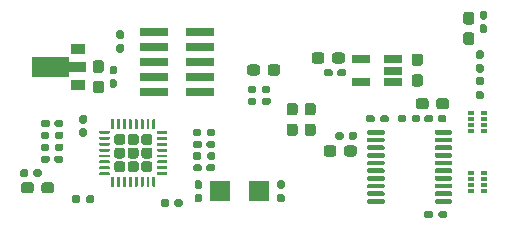
<source format=gtp>
G04 #@! TF.GenerationSoftware,KiCad,Pcbnew,(5.1.10)-1*
G04 #@! TF.CreationDate,2021-07-14T18:31:49+02:00*
G04 #@! TF.ProjectId,MSPBMP2-stick,4d535042-4d50-4322-9d73-7469636b2e6b,rev?*
G04 #@! TF.SameCoordinates,Original*
G04 #@! TF.FileFunction,Paste,Top*
G04 #@! TF.FilePolarity,Positive*
%FSLAX46Y46*%
G04 Gerber Fmt 4.6, Leading zero omitted, Abs format (unit mm)*
G04 Created by KiCad (PCBNEW (5.1.10)-1) date 2021-07-14 18:31:49*
%MOMM*%
%LPD*%
G01*
G04 APERTURE LIST*
%ADD10R,0.600000X0.400000*%
%ADD11R,0.600000X0.300000*%
%ADD12R,1.560000X0.650000*%
%ADD13R,2.400000X0.740000*%
%ADD14R,1.750000X1.800000*%
%ADD15C,0.150000*%
%ADD16R,1.300000X0.900000*%
G04 APERTURE END LIST*
D10*
X107600000Y-65250000D03*
D11*
X107600000Y-66250000D03*
X107600000Y-65750000D03*
D10*
X107600000Y-66750000D03*
D11*
X108700000Y-65750000D03*
D10*
X108700000Y-65250000D03*
D11*
X108700000Y-66250000D03*
D10*
X108700000Y-66750000D03*
X107600000Y-60146500D03*
D11*
X107600000Y-61146500D03*
X107600000Y-60646500D03*
D10*
X107600000Y-61646500D03*
D11*
X108700000Y-60646500D03*
D10*
X108700000Y-60146500D03*
D11*
X108700000Y-61146500D03*
D10*
X108700000Y-61646500D03*
D12*
X98275000Y-57525000D03*
X98275000Y-55625000D03*
X100975000Y-55625000D03*
X100975000Y-56575000D03*
X100975000Y-57525000D03*
G36*
G01*
X71925000Y-60895000D02*
X71925000Y-61205000D01*
G75*
G02*
X71770000Y-61360000I-155000J0D01*
G01*
X71345000Y-61360000D01*
G75*
G02*
X71190000Y-61205000I0J155000D01*
G01*
X71190000Y-60895000D01*
G75*
G02*
X71345000Y-60740000I155000J0D01*
G01*
X71770000Y-60740000D01*
G75*
G02*
X71925000Y-60895000I0J-155000D01*
G01*
G37*
G36*
G01*
X73060000Y-60895000D02*
X73060000Y-61205000D01*
G75*
G02*
X72905000Y-61360000I-155000J0D01*
G01*
X72480000Y-61360000D01*
G75*
G02*
X72325000Y-61205000I0J155000D01*
G01*
X72325000Y-60895000D01*
G75*
G02*
X72480000Y-60740000I155000J0D01*
G01*
X72905000Y-60740000D01*
G75*
G02*
X73060000Y-60895000I0J-155000D01*
G01*
G37*
G36*
G01*
X71925000Y-63920000D02*
X71925000Y-64230000D01*
G75*
G02*
X71770000Y-64385000I-155000J0D01*
G01*
X71345000Y-64385000D01*
G75*
G02*
X71190000Y-64230000I0J155000D01*
G01*
X71190000Y-63920000D01*
G75*
G02*
X71345000Y-63765000I155000J0D01*
G01*
X71770000Y-63765000D01*
G75*
G02*
X71925000Y-63920000I0J-155000D01*
G01*
G37*
G36*
G01*
X73060000Y-63920000D02*
X73060000Y-64230000D01*
G75*
G02*
X72905000Y-64385000I-155000J0D01*
G01*
X72480000Y-64385000D01*
G75*
G02*
X72325000Y-64230000I0J155000D01*
G01*
X72325000Y-63920000D01*
G75*
G02*
X72480000Y-63765000I155000J0D01*
G01*
X72905000Y-63765000D01*
G75*
G02*
X73060000Y-63920000I0J-155000D01*
G01*
G37*
G36*
G01*
X96200000Y-63137500D02*
X96200000Y-63612500D01*
G75*
G02*
X95962500Y-63850000I-237500J0D01*
G01*
X95362500Y-63850000D01*
G75*
G02*
X95125000Y-63612500I0J237500D01*
G01*
X95125000Y-63137500D01*
G75*
G02*
X95362500Y-62900000I237500J0D01*
G01*
X95962500Y-62900000D01*
G75*
G02*
X96200000Y-63137500I0J-237500D01*
G01*
G37*
G36*
G01*
X97925000Y-63137500D02*
X97925000Y-63612500D01*
G75*
G02*
X97687500Y-63850000I-237500J0D01*
G01*
X97087500Y-63850000D01*
G75*
G02*
X96850000Y-63612500I0J237500D01*
G01*
X96850000Y-63137500D01*
G75*
G02*
X97087500Y-62900000I237500J0D01*
G01*
X97687500Y-62900000D01*
G75*
G02*
X97925000Y-63137500I0J-237500D01*
G01*
G37*
G36*
G01*
X102812500Y-56875000D02*
X103287500Y-56875000D01*
G75*
G02*
X103525000Y-57112500I0J-237500D01*
G01*
X103525000Y-57687500D01*
G75*
G02*
X103287500Y-57925000I-237500J0D01*
G01*
X102812500Y-57925000D01*
G75*
G02*
X102575000Y-57687500I0J237500D01*
G01*
X102575000Y-57112500D01*
G75*
G02*
X102812500Y-56875000I237500J0D01*
G01*
G37*
G36*
G01*
X102812500Y-55125000D02*
X103287500Y-55125000D01*
G75*
G02*
X103525000Y-55362500I0J-237500D01*
G01*
X103525000Y-55937500D01*
G75*
G02*
X103287500Y-56175000I-237500J0D01*
G01*
X102812500Y-56175000D01*
G75*
G02*
X102575000Y-55937500I0J237500D01*
G01*
X102575000Y-55362500D01*
G75*
G02*
X102812500Y-55125000I237500J0D01*
G01*
G37*
G36*
G01*
X107162500Y-53325000D02*
X107637500Y-53325000D01*
G75*
G02*
X107875000Y-53562500I0J-237500D01*
G01*
X107875000Y-54162500D01*
G75*
G02*
X107637500Y-54400000I-237500J0D01*
G01*
X107162500Y-54400000D01*
G75*
G02*
X106925000Y-54162500I0J237500D01*
G01*
X106925000Y-53562500D01*
G75*
G02*
X107162500Y-53325000I237500J0D01*
G01*
G37*
G36*
G01*
X107162500Y-51600000D02*
X107637500Y-51600000D01*
G75*
G02*
X107875000Y-51837500I0J-237500D01*
G01*
X107875000Y-52437500D01*
G75*
G02*
X107637500Y-52675000I-237500J0D01*
G01*
X107162500Y-52675000D01*
G75*
G02*
X106925000Y-52437500I0J237500D01*
G01*
X106925000Y-51837500D01*
G75*
G02*
X107162500Y-51600000I237500J0D01*
G01*
G37*
G36*
G01*
X78045000Y-53910000D02*
X77735000Y-53910000D01*
G75*
G02*
X77580000Y-53755000I0J155000D01*
G01*
X77580000Y-53330000D01*
G75*
G02*
X77735000Y-53175000I155000J0D01*
G01*
X78045000Y-53175000D01*
G75*
G02*
X78200000Y-53330000I0J-155000D01*
G01*
X78200000Y-53755000D01*
G75*
G02*
X78045000Y-53910000I-155000J0D01*
G01*
G37*
G36*
G01*
X78045000Y-55045000D02*
X77735000Y-55045000D01*
G75*
G02*
X77580000Y-54890000I0J155000D01*
G01*
X77580000Y-54465000D01*
G75*
G02*
X77735000Y-54310000I155000J0D01*
G01*
X78045000Y-54310000D01*
G75*
G02*
X78200000Y-54465000I0J-155000D01*
G01*
X78200000Y-54890000D01*
G75*
G02*
X78045000Y-55045000I-155000J0D01*
G01*
G37*
G36*
G01*
X78315000Y-62167500D02*
X78315000Y-62632500D01*
G75*
G02*
X78082500Y-62865000I-232500J0D01*
G01*
X77617500Y-62865000D01*
G75*
G02*
X77385000Y-62632500I0J232500D01*
G01*
X77385000Y-62167500D01*
G75*
G02*
X77617500Y-61935000I232500J0D01*
G01*
X78082500Y-61935000D01*
G75*
G02*
X78315000Y-62167500I0J-232500D01*
G01*
G37*
G36*
G01*
X78315000Y-63317500D02*
X78315000Y-63782500D01*
G75*
G02*
X78082500Y-64015000I-232500J0D01*
G01*
X77617500Y-64015000D01*
G75*
G02*
X77385000Y-63782500I0J232500D01*
G01*
X77385000Y-63317500D01*
G75*
G02*
X77617500Y-63085000I232500J0D01*
G01*
X78082500Y-63085000D01*
G75*
G02*
X78315000Y-63317500I0J-232500D01*
G01*
G37*
G36*
G01*
X78315000Y-64467500D02*
X78315000Y-64932500D01*
G75*
G02*
X78082500Y-65165000I-232500J0D01*
G01*
X77617500Y-65165000D01*
G75*
G02*
X77385000Y-64932500I0J232500D01*
G01*
X77385000Y-64467500D01*
G75*
G02*
X77617500Y-64235000I232500J0D01*
G01*
X78082500Y-64235000D01*
G75*
G02*
X78315000Y-64467500I0J-232500D01*
G01*
G37*
G36*
G01*
X79465000Y-62167500D02*
X79465000Y-62632500D01*
G75*
G02*
X79232500Y-62865000I-232500J0D01*
G01*
X78767500Y-62865000D01*
G75*
G02*
X78535000Y-62632500I0J232500D01*
G01*
X78535000Y-62167500D01*
G75*
G02*
X78767500Y-61935000I232500J0D01*
G01*
X79232500Y-61935000D01*
G75*
G02*
X79465000Y-62167500I0J-232500D01*
G01*
G37*
G36*
G01*
X79465000Y-63317500D02*
X79465000Y-63782500D01*
G75*
G02*
X79232500Y-64015000I-232500J0D01*
G01*
X78767500Y-64015000D01*
G75*
G02*
X78535000Y-63782500I0J232500D01*
G01*
X78535000Y-63317500D01*
G75*
G02*
X78767500Y-63085000I232500J0D01*
G01*
X79232500Y-63085000D01*
G75*
G02*
X79465000Y-63317500I0J-232500D01*
G01*
G37*
G36*
G01*
X79465000Y-64467500D02*
X79465000Y-64932500D01*
G75*
G02*
X79232500Y-65165000I-232500J0D01*
G01*
X78767500Y-65165000D01*
G75*
G02*
X78535000Y-64932500I0J232500D01*
G01*
X78535000Y-64467500D01*
G75*
G02*
X78767500Y-64235000I232500J0D01*
G01*
X79232500Y-64235000D01*
G75*
G02*
X79465000Y-64467500I0J-232500D01*
G01*
G37*
G36*
G01*
X80615000Y-62167500D02*
X80615000Y-62632500D01*
G75*
G02*
X80382500Y-62865000I-232500J0D01*
G01*
X79917500Y-62865000D01*
G75*
G02*
X79685000Y-62632500I0J232500D01*
G01*
X79685000Y-62167500D01*
G75*
G02*
X79917500Y-61935000I232500J0D01*
G01*
X80382500Y-61935000D01*
G75*
G02*
X80615000Y-62167500I0J-232500D01*
G01*
G37*
G36*
G01*
X80615000Y-63317500D02*
X80615000Y-63782500D01*
G75*
G02*
X80382500Y-64015000I-232500J0D01*
G01*
X79917500Y-64015000D01*
G75*
G02*
X79685000Y-63782500I0J232500D01*
G01*
X79685000Y-63317500D01*
G75*
G02*
X79917500Y-63085000I232500J0D01*
G01*
X80382500Y-63085000D01*
G75*
G02*
X80615000Y-63317500I0J-232500D01*
G01*
G37*
G36*
G01*
X80615000Y-64467500D02*
X80615000Y-64932500D01*
G75*
G02*
X80382500Y-65165000I-232500J0D01*
G01*
X79917500Y-65165000D01*
G75*
G02*
X79685000Y-64932500I0J232500D01*
G01*
X79685000Y-64467500D01*
G75*
G02*
X79917500Y-64235000I232500J0D01*
G01*
X80382500Y-64235000D01*
G75*
G02*
X80615000Y-64467500I0J-232500D01*
G01*
G37*
G36*
G01*
X80875000Y-65612500D02*
X80875000Y-66362500D01*
G75*
G02*
X80812500Y-66425000I-62500J0D01*
G01*
X80687500Y-66425000D01*
G75*
G02*
X80625000Y-66362500I0J62500D01*
G01*
X80625000Y-65612500D01*
G75*
G02*
X80687500Y-65550000I62500J0D01*
G01*
X80812500Y-65550000D01*
G75*
G02*
X80875000Y-65612500I0J-62500D01*
G01*
G37*
G36*
G01*
X80375000Y-65612500D02*
X80375000Y-66362500D01*
G75*
G02*
X80312500Y-66425000I-62500J0D01*
G01*
X80187500Y-66425000D01*
G75*
G02*
X80125000Y-66362500I0J62500D01*
G01*
X80125000Y-65612500D01*
G75*
G02*
X80187500Y-65550000I62500J0D01*
G01*
X80312500Y-65550000D01*
G75*
G02*
X80375000Y-65612500I0J-62500D01*
G01*
G37*
G36*
G01*
X79875000Y-65612500D02*
X79875000Y-66362500D01*
G75*
G02*
X79812500Y-66425000I-62500J0D01*
G01*
X79687500Y-66425000D01*
G75*
G02*
X79625000Y-66362500I0J62500D01*
G01*
X79625000Y-65612500D01*
G75*
G02*
X79687500Y-65550000I62500J0D01*
G01*
X79812500Y-65550000D01*
G75*
G02*
X79875000Y-65612500I0J-62500D01*
G01*
G37*
G36*
G01*
X79375000Y-65612500D02*
X79375000Y-66362500D01*
G75*
G02*
X79312500Y-66425000I-62500J0D01*
G01*
X79187500Y-66425000D01*
G75*
G02*
X79125000Y-66362500I0J62500D01*
G01*
X79125000Y-65612500D01*
G75*
G02*
X79187500Y-65550000I62500J0D01*
G01*
X79312500Y-65550000D01*
G75*
G02*
X79375000Y-65612500I0J-62500D01*
G01*
G37*
G36*
G01*
X78875000Y-65612500D02*
X78875000Y-66362500D01*
G75*
G02*
X78812500Y-66425000I-62500J0D01*
G01*
X78687500Y-66425000D01*
G75*
G02*
X78625000Y-66362500I0J62500D01*
G01*
X78625000Y-65612500D01*
G75*
G02*
X78687500Y-65550000I62500J0D01*
G01*
X78812500Y-65550000D01*
G75*
G02*
X78875000Y-65612500I0J-62500D01*
G01*
G37*
G36*
G01*
X78375000Y-65612500D02*
X78375000Y-66362500D01*
G75*
G02*
X78312500Y-66425000I-62500J0D01*
G01*
X78187500Y-66425000D01*
G75*
G02*
X78125000Y-66362500I0J62500D01*
G01*
X78125000Y-65612500D01*
G75*
G02*
X78187500Y-65550000I62500J0D01*
G01*
X78312500Y-65550000D01*
G75*
G02*
X78375000Y-65612500I0J-62500D01*
G01*
G37*
G36*
G01*
X77875000Y-65612500D02*
X77875000Y-66362500D01*
G75*
G02*
X77812500Y-66425000I-62500J0D01*
G01*
X77687500Y-66425000D01*
G75*
G02*
X77625000Y-66362500I0J62500D01*
G01*
X77625000Y-65612500D01*
G75*
G02*
X77687500Y-65550000I62500J0D01*
G01*
X77812500Y-65550000D01*
G75*
G02*
X77875000Y-65612500I0J-62500D01*
G01*
G37*
G36*
G01*
X77375000Y-65612500D02*
X77375000Y-66362500D01*
G75*
G02*
X77312500Y-66425000I-62500J0D01*
G01*
X77187500Y-66425000D01*
G75*
G02*
X77125000Y-66362500I0J62500D01*
G01*
X77125000Y-65612500D01*
G75*
G02*
X77187500Y-65550000I62500J0D01*
G01*
X77312500Y-65550000D01*
G75*
G02*
X77375000Y-65612500I0J-62500D01*
G01*
G37*
G36*
G01*
X77000000Y-65237500D02*
X77000000Y-65362500D01*
G75*
G02*
X76937500Y-65425000I-62500J0D01*
G01*
X76187500Y-65425000D01*
G75*
G02*
X76125000Y-65362500I0J62500D01*
G01*
X76125000Y-65237500D01*
G75*
G02*
X76187500Y-65175000I62500J0D01*
G01*
X76937500Y-65175000D01*
G75*
G02*
X77000000Y-65237500I0J-62500D01*
G01*
G37*
G36*
G01*
X77000000Y-64737500D02*
X77000000Y-64862500D01*
G75*
G02*
X76937500Y-64925000I-62500J0D01*
G01*
X76187500Y-64925000D01*
G75*
G02*
X76125000Y-64862500I0J62500D01*
G01*
X76125000Y-64737500D01*
G75*
G02*
X76187500Y-64675000I62500J0D01*
G01*
X76937500Y-64675000D01*
G75*
G02*
X77000000Y-64737500I0J-62500D01*
G01*
G37*
G36*
G01*
X77000000Y-64237500D02*
X77000000Y-64362500D01*
G75*
G02*
X76937500Y-64425000I-62500J0D01*
G01*
X76187500Y-64425000D01*
G75*
G02*
X76125000Y-64362500I0J62500D01*
G01*
X76125000Y-64237500D01*
G75*
G02*
X76187500Y-64175000I62500J0D01*
G01*
X76937500Y-64175000D01*
G75*
G02*
X77000000Y-64237500I0J-62500D01*
G01*
G37*
G36*
G01*
X77000000Y-63737500D02*
X77000000Y-63862500D01*
G75*
G02*
X76937500Y-63925000I-62500J0D01*
G01*
X76187500Y-63925000D01*
G75*
G02*
X76125000Y-63862500I0J62500D01*
G01*
X76125000Y-63737500D01*
G75*
G02*
X76187500Y-63675000I62500J0D01*
G01*
X76937500Y-63675000D01*
G75*
G02*
X77000000Y-63737500I0J-62500D01*
G01*
G37*
G36*
G01*
X77000000Y-63237500D02*
X77000000Y-63362500D01*
G75*
G02*
X76937500Y-63425000I-62500J0D01*
G01*
X76187500Y-63425000D01*
G75*
G02*
X76125000Y-63362500I0J62500D01*
G01*
X76125000Y-63237500D01*
G75*
G02*
X76187500Y-63175000I62500J0D01*
G01*
X76937500Y-63175000D01*
G75*
G02*
X77000000Y-63237500I0J-62500D01*
G01*
G37*
G36*
G01*
X77000000Y-62737500D02*
X77000000Y-62862500D01*
G75*
G02*
X76937500Y-62925000I-62500J0D01*
G01*
X76187500Y-62925000D01*
G75*
G02*
X76125000Y-62862500I0J62500D01*
G01*
X76125000Y-62737500D01*
G75*
G02*
X76187500Y-62675000I62500J0D01*
G01*
X76937500Y-62675000D01*
G75*
G02*
X77000000Y-62737500I0J-62500D01*
G01*
G37*
G36*
G01*
X77000000Y-62237500D02*
X77000000Y-62362500D01*
G75*
G02*
X76937500Y-62425000I-62500J0D01*
G01*
X76187500Y-62425000D01*
G75*
G02*
X76125000Y-62362500I0J62500D01*
G01*
X76125000Y-62237500D01*
G75*
G02*
X76187500Y-62175000I62500J0D01*
G01*
X76937500Y-62175000D01*
G75*
G02*
X77000000Y-62237500I0J-62500D01*
G01*
G37*
G36*
G01*
X77000000Y-61737500D02*
X77000000Y-61862500D01*
G75*
G02*
X76937500Y-61925000I-62500J0D01*
G01*
X76187500Y-61925000D01*
G75*
G02*
X76125000Y-61862500I0J62500D01*
G01*
X76125000Y-61737500D01*
G75*
G02*
X76187500Y-61675000I62500J0D01*
G01*
X76937500Y-61675000D01*
G75*
G02*
X77000000Y-61737500I0J-62500D01*
G01*
G37*
G36*
G01*
X77375000Y-60737500D02*
X77375000Y-61487500D01*
G75*
G02*
X77312500Y-61550000I-62500J0D01*
G01*
X77187500Y-61550000D01*
G75*
G02*
X77125000Y-61487500I0J62500D01*
G01*
X77125000Y-60737500D01*
G75*
G02*
X77187500Y-60675000I62500J0D01*
G01*
X77312500Y-60675000D01*
G75*
G02*
X77375000Y-60737500I0J-62500D01*
G01*
G37*
G36*
G01*
X77875000Y-60737500D02*
X77875000Y-61487500D01*
G75*
G02*
X77812500Y-61550000I-62500J0D01*
G01*
X77687500Y-61550000D01*
G75*
G02*
X77625000Y-61487500I0J62500D01*
G01*
X77625000Y-60737500D01*
G75*
G02*
X77687500Y-60675000I62500J0D01*
G01*
X77812500Y-60675000D01*
G75*
G02*
X77875000Y-60737500I0J-62500D01*
G01*
G37*
G36*
G01*
X78375000Y-60737500D02*
X78375000Y-61487500D01*
G75*
G02*
X78312500Y-61550000I-62500J0D01*
G01*
X78187500Y-61550000D01*
G75*
G02*
X78125000Y-61487500I0J62500D01*
G01*
X78125000Y-60737500D01*
G75*
G02*
X78187500Y-60675000I62500J0D01*
G01*
X78312500Y-60675000D01*
G75*
G02*
X78375000Y-60737500I0J-62500D01*
G01*
G37*
G36*
G01*
X78875000Y-60737500D02*
X78875000Y-61487500D01*
G75*
G02*
X78812500Y-61550000I-62500J0D01*
G01*
X78687500Y-61550000D01*
G75*
G02*
X78625000Y-61487500I0J62500D01*
G01*
X78625000Y-60737500D01*
G75*
G02*
X78687500Y-60675000I62500J0D01*
G01*
X78812500Y-60675000D01*
G75*
G02*
X78875000Y-60737500I0J-62500D01*
G01*
G37*
G36*
G01*
X79375000Y-60737500D02*
X79375000Y-61487500D01*
G75*
G02*
X79312500Y-61550000I-62500J0D01*
G01*
X79187500Y-61550000D01*
G75*
G02*
X79125000Y-61487500I0J62500D01*
G01*
X79125000Y-60737500D01*
G75*
G02*
X79187500Y-60675000I62500J0D01*
G01*
X79312500Y-60675000D01*
G75*
G02*
X79375000Y-60737500I0J-62500D01*
G01*
G37*
G36*
G01*
X79875000Y-60737500D02*
X79875000Y-61487500D01*
G75*
G02*
X79812500Y-61550000I-62500J0D01*
G01*
X79687500Y-61550000D01*
G75*
G02*
X79625000Y-61487500I0J62500D01*
G01*
X79625000Y-60737500D01*
G75*
G02*
X79687500Y-60675000I62500J0D01*
G01*
X79812500Y-60675000D01*
G75*
G02*
X79875000Y-60737500I0J-62500D01*
G01*
G37*
G36*
G01*
X80375000Y-60737500D02*
X80375000Y-61487500D01*
G75*
G02*
X80312500Y-61550000I-62500J0D01*
G01*
X80187500Y-61550000D01*
G75*
G02*
X80125000Y-61487500I0J62500D01*
G01*
X80125000Y-60737500D01*
G75*
G02*
X80187500Y-60675000I62500J0D01*
G01*
X80312500Y-60675000D01*
G75*
G02*
X80375000Y-60737500I0J-62500D01*
G01*
G37*
G36*
G01*
X80875000Y-60737500D02*
X80875000Y-61487500D01*
G75*
G02*
X80812500Y-61550000I-62500J0D01*
G01*
X80687500Y-61550000D01*
G75*
G02*
X80625000Y-61487500I0J62500D01*
G01*
X80625000Y-60737500D01*
G75*
G02*
X80687500Y-60675000I62500J0D01*
G01*
X80812500Y-60675000D01*
G75*
G02*
X80875000Y-60737500I0J-62500D01*
G01*
G37*
G36*
G01*
X81875000Y-61737500D02*
X81875000Y-61862500D01*
G75*
G02*
X81812500Y-61925000I-62500J0D01*
G01*
X81062500Y-61925000D01*
G75*
G02*
X81000000Y-61862500I0J62500D01*
G01*
X81000000Y-61737500D01*
G75*
G02*
X81062500Y-61675000I62500J0D01*
G01*
X81812500Y-61675000D01*
G75*
G02*
X81875000Y-61737500I0J-62500D01*
G01*
G37*
G36*
G01*
X81875000Y-62237500D02*
X81875000Y-62362500D01*
G75*
G02*
X81812500Y-62425000I-62500J0D01*
G01*
X81062500Y-62425000D01*
G75*
G02*
X81000000Y-62362500I0J62500D01*
G01*
X81000000Y-62237500D01*
G75*
G02*
X81062500Y-62175000I62500J0D01*
G01*
X81812500Y-62175000D01*
G75*
G02*
X81875000Y-62237500I0J-62500D01*
G01*
G37*
G36*
G01*
X81875000Y-62737500D02*
X81875000Y-62862500D01*
G75*
G02*
X81812500Y-62925000I-62500J0D01*
G01*
X81062500Y-62925000D01*
G75*
G02*
X81000000Y-62862500I0J62500D01*
G01*
X81000000Y-62737500D01*
G75*
G02*
X81062500Y-62675000I62500J0D01*
G01*
X81812500Y-62675000D01*
G75*
G02*
X81875000Y-62737500I0J-62500D01*
G01*
G37*
G36*
G01*
X81875000Y-63237500D02*
X81875000Y-63362500D01*
G75*
G02*
X81812500Y-63425000I-62500J0D01*
G01*
X81062500Y-63425000D01*
G75*
G02*
X81000000Y-63362500I0J62500D01*
G01*
X81000000Y-63237500D01*
G75*
G02*
X81062500Y-63175000I62500J0D01*
G01*
X81812500Y-63175000D01*
G75*
G02*
X81875000Y-63237500I0J-62500D01*
G01*
G37*
G36*
G01*
X81875000Y-63737500D02*
X81875000Y-63862500D01*
G75*
G02*
X81812500Y-63925000I-62500J0D01*
G01*
X81062500Y-63925000D01*
G75*
G02*
X81000000Y-63862500I0J62500D01*
G01*
X81000000Y-63737500D01*
G75*
G02*
X81062500Y-63675000I62500J0D01*
G01*
X81812500Y-63675000D01*
G75*
G02*
X81875000Y-63737500I0J-62500D01*
G01*
G37*
G36*
G01*
X81875000Y-64237500D02*
X81875000Y-64362500D01*
G75*
G02*
X81812500Y-64425000I-62500J0D01*
G01*
X81062500Y-64425000D01*
G75*
G02*
X81000000Y-64362500I0J62500D01*
G01*
X81000000Y-64237500D01*
G75*
G02*
X81062500Y-64175000I62500J0D01*
G01*
X81812500Y-64175000D01*
G75*
G02*
X81875000Y-64237500I0J-62500D01*
G01*
G37*
G36*
G01*
X81875000Y-64737500D02*
X81875000Y-64862500D01*
G75*
G02*
X81812500Y-64925000I-62500J0D01*
G01*
X81062500Y-64925000D01*
G75*
G02*
X81000000Y-64862500I0J62500D01*
G01*
X81000000Y-64737500D01*
G75*
G02*
X81062500Y-64675000I62500J0D01*
G01*
X81812500Y-64675000D01*
G75*
G02*
X81875000Y-64737500I0J-62500D01*
G01*
G37*
G36*
G01*
X81875000Y-65237500D02*
X81875000Y-65362500D01*
G75*
G02*
X81812500Y-65425000I-62500J0D01*
G01*
X81062500Y-65425000D01*
G75*
G02*
X81000000Y-65362500I0J62500D01*
G01*
X81000000Y-65237500D01*
G75*
G02*
X81062500Y-65175000I62500J0D01*
G01*
X81812500Y-65175000D01*
G75*
G02*
X81875000Y-65237500I0J-62500D01*
G01*
G37*
D13*
X84650000Y-58380000D03*
X80750000Y-58380000D03*
X84650000Y-57110000D03*
X80750000Y-57110000D03*
X84650000Y-55840000D03*
X80750000Y-55840000D03*
X84650000Y-54570000D03*
X80750000Y-54570000D03*
X84650000Y-53300000D03*
X80750000Y-53300000D03*
G36*
G01*
X74990000Y-67610000D02*
X74990000Y-67290000D01*
G75*
G02*
X75150000Y-67130000I160000J0D01*
G01*
X75545000Y-67130000D01*
G75*
G02*
X75705000Y-67290000I0J-160000D01*
G01*
X75705000Y-67610000D01*
G75*
G02*
X75545000Y-67770000I-160000J0D01*
G01*
X75150000Y-67770000D01*
G75*
G02*
X74990000Y-67610000I0J160000D01*
G01*
G37*
G36*
G01*
X73795000Y-67610000D02*
X73795000Y-67290000D01*
G75*
G02*
X73955000Y-67130000I160000J0D01*
G01*
X74350000Y-67130000D01*
G75*
G02*
X74510000Y-67290000I0J-160000D01*
G01*
X74510000Y-67610000D01*
G75*
G02*
X74350000Y-67770000I-160000J0D01*
G01*
X73955000Y-67770000D01*
G75*
G02*
X73795000Y-67610000I0J160000D01*
G01*
G37*
D14*
X89625000Y-66800000D03*
X86375000Y-66800000D03*
G36*
G01*
X91345000Y-67000000D02*
X91655000Y-67000000D01*
G75*
G02*
X91810000Y-67155000I0J-155000D01*
G01*
X91810000Y-67580000D01*
G75*
G02*
X91655000Y-67735000I-155000J0D01*
G01*
X91345000Y-67735000D01*
G75*
G02*
X91190000Y-67580000I0J155000D01*
G01*
X91190000Y-67155000D01*
G75*
G02*
X91345000Y-67000000I155000J0D01*
G01*
G37*
G36*
G01*
X91345000Y-65865000D02*
X91655000Y-65865000D01*
G75*
G02*
X91810000Y-66020000I0J-155000D01*
G01*
X91810000Y-66445000D01*
G75*
G02*
X91655000Y-66600000I-155000J0D01*
G01*
X91345000Y-66600000D01*
G75*
G02*
X91190000Y-66445000I0J155000D01*
G01*
X91190000Y-66020000D01*
G75*
G02*
X91345000Y-65865000I155000J0D01*
G01*
G37*
D15*
G36*
X70407500Y-55394500D02*
G01*
X73532500Y-55394500D01*
X73532500Y-55811000D01*
X75007500Y-55811000D01*
X75007500Y-56711000D01*
X73532500Y-56711000D01*
X73532500Y-57127500D01*
X70407500Y-57127500D01*
X70407500Y-55394500D01*
G37*
D16*
X74357500Y-54761000D03*
X74357500Y-57761000D03*
G36*
G01*
X104360000Y-68590000D02*
X104360000Y-68910000D01*
G75*
G02*
X104200000Y-69070000I-160000J0D01*
G01*
X103805000Y-69070000D01*
G75*
G02*
X103645000Y-68910000I0J160000D01*
G01*
X103645000Y-68590000D01*
G75*
G02*
X103805000Y-68430000I160000J0D01*
G01*
X104200000Y-68430000D01*
G75*
G02*
X104360000Y-68590000I0J-160000D01*
G01*
G37*
G36*
G01*
X105555000Y-68590000D02*
X105555000Y-68910000D01*
G75*
G02*
X105395000Y-69070000I-160000J0D01*
G01*
X105000000Y-69070000D01*
G75*
G02*
X104840000Y-68910000I0J160000D01*
G01*
X104840000Y-68590000D01*
G75*
G02*
X105000000Y-68430000I160000J0D01*
G01*
X105395000Y-68430000D01*
G75*
G02*
X105555000Y-68590000I0J-160000D01*
G01*
G37*
G36*
G01*
X104525000Y-61900000D02*
X104525000Y-61700000D01*
G75*
G02*
X104625000Y-61600000I100000J0D01*
G01*
X105900000Y-61600000D01*
G75*
G02*
X106000000Y-61700000I0J-100000D01*
G01*
X106000000Y-61900000D01*
G75*
G02*
X105900000Y-62000000I-100000J0D01*
G01*
X104625000Y-62000000D01*
G75*
G02*
X104525000Y-61900000I0J100000D01*
G01*
G37*
G36*
G01*
X104525000Y-62550000D02*
X104525000Y-62350000D01*
G75*
G02*
X104625000Y-62250000I100000J0D01*
G01*
X105900000Y-62250000D01*
G75*
G02*
X106000000Y-62350000I0J-100000D01*
G01*
X106000000Y-62550000D01*
G75*
G02*
X105900000Y-62650000I-100000J0D01*
G01*
X104625000Y-62650000D01*
G75*
G02*
X104525000Y-62550000I0J100000D01*
G01*
G37*
G36*
G01*
X104525000Y-63200000D02*
X104525000Y-63000000D01*
G75*
G02*
X104625000Y-62900000I100000J0D01*
G01*
X105900000Y-62900000D01*
G75*
G02*
X106000000Y-63000000I0J-100000D01*
G01*
X106000000Y-63200000D01*
G75*
G02*
X105900000Y-63300000I-100000J0D01*
G01*
X104625000Y-63300000D01*
G75*
G02*
X104525000Y-63200000I0J100000D01*
G01*
G37*
G36*
G01*
X104525000Y-63850000D02*
X104525000Y-63650000D01*
G75*
G02*
X104625000Y-63550000I100000J0D01*
G01*
X105900000Y-63550000D01*
G75*
G02*
X106000000Y-63650000I0J-100000D01*
G01*
X106000000Y-63850000D01*
G75*
G02*
X105900000Y-63950000I-100000J0D01*
G01*
X104625000Y-63950000D01*
G75*
G02*
X104525000Y-63850000I0J100000D01*
G01*
G37*
G36*
G01*
X104525000Y-64500000D02*
X104525000Y-64300000D01*
G75*
G02*
X104625000Y-64200000I100000J0D01*
G01*
X105900000Y-64200000D01*
G75*
G02*
X106000000Y-64300000I0J-100000D01*
G01*
X106000000Y-64500000D01*
G75*
G02*
X105900000Y-64600000I-100000J0D01*
G01*
X104625000Y-64600000D01*
G75*
G02*
X104525000Y-64500000I0J100000D01*
G01*
G37*
G36*
G01*
X104525000Y-65150000D02*
X104525000Y-64950000D01*
G75*
G02*
X104625000Y-64850000I100000J0D01*
G01*
X105900000Y-64850000D01*
G75*
G02*
X106000000Y-64950000I0J-100000D01*
G01*
X106000000Y-65150000D01*
G75*
G02*
X105900000Y-65250000I-100000J0D01*
G01*
X104625000Y-65250000D01*
G75*
G02*
X104525000Y-65150000I0J100000D01*
G01*
G37*
G36*
G01*
X104525000Y-65800000D02*
X104525000Y-65600000D01*
G75*
G02*
X104625000Y-65500000I100000J0D01*
G01*
X105900000Y-65500000D01*
G75*
G02*
X106000000Y-65600000I0J-100000D01*
G01*
X106000000Y-65800000D01*
G75*
G02*
X105900000Y-65900000I-100000J0D01*
G01*
X104625000Y-65900000D01*
G75*
G02*
X104525000Y-65800000I0J100000D01*
G01*
G37*
G36*
G01*
X104525000Y-66450000D02*
X104525000Y-66250000D01*
G75*
G02*
X104625000Y-66150000I100000J0D01*
G01*
X105900000Y-66150000D01*
G75*
G02*
X106000000Y-66250000I0J-100000D01*
G01*
X106000000Y-66450000D01*
G75*
G02*
X105900000Y-66550000I-100000J0D01*
G01*
X104625000Y-66550000D01*
G75*
G02*
X104525000Y-66450000I0J100000D01*
G01*
G37*
G36*
G01*
X104525000Y-67100000D02*
X104525000Y-66900000D01*
G75*
G02*
X104625000Y-66800000I100000J0D01*
G01*
X105900000Y-66800000D01*
G75*
G02*
X106000000Y-66900000I0J-100000D01*
G01*
X106000000Y-67100000D01*
G75*
G02*
X105900000Y-67200000I-100000J0D01*
G01*
X104625000Y-67200000D01*
G75*
G02*
X104525000Y-67100000I0J100000D01*
G01*
G37*
G36*
G01*
X104525000Y-67750000D02*
X104525000Y-67550000D01*
G75*
G02*
X104625000Y-67450000I100000J0D01*
G01*
X105900000Y-67450000D01*
G75*
G02*
X106000000Y-67550000I0J-100000D01*
G01*
X106000000Y-67750000D01*
G75*
G02*
X105900000Y-67850000I-100000J0D01*
G01*
X104625000Y-67850000D01*
G75*
G02*
X104525000Y-67750000I0J100000D01*
G01*
G37*
G36*
G01*
X98800000Y-67750000D02*
X98800000Y-67550000D01*
G75*
G02*
X98900000Y-67450000I100000J0D01*
G01*
X100175000Y-67450000D01*
G75*
G02*
X100275000Y-67550000I0J-100000D01*
G01*
X100275000Y-67750000D01*
G75*
G02*
X100175000Y-67850000I-100000J0D01*
G01*
X98900000Y-67850000D01*
G75*
G02*
X98800000Y-67750000I0J100000D01*
G01*
G37*
G36*
G01*
X98800000Y-67100000D02*
X98800000Y-66900000D01*
G75*
G02*
X98900000Y-66800000I100000J0D01*
G01*
X100175000Y-66800000D01*
G75*
G02*
X100275000Y-66900000I0J-100000D01*
G01*
X100275000Y-67100000D01*
G75*
G02*
X100175000Y-67200000I-100000J0D01*
G01*
X98900000Y-67200000D01*
G75*
G02*
X98800000Y-67100000I0J100000D01*
G01*
G37*
G36*
G01*
X98800000Y-66450000D02*
X98800000Y-66250000D01*
G75*
G02*
X98900000Y-66150000I100000J0D01*
G01*
X100175000Y-66150000D01*
G75*
G02*
X100275000Y-66250000I0J-100000D01*
G01*
X100275000Y-66450000D01*
G75*
G02*
X100175000Y-66550000I-100000J0D01*
G01*
X98900000Y-66550000D01*
G75*
G02*
X98800000Y-66450000I0J100000D01*
G01*
G37*
G36*
G01*
X98800000Y-65800000D02*
X98800000Y-65600000D01*
G75*
G02*
X98900000Y-65500000I100000J0D01*
G01*
X100175000Y-65500000D01*
G75*
G02*
X100275000Y-65600000I0J-100000D01*
G01*
X100275000Y-65800000D01*
G75*
G02*
X100175000Y-65900000I-100000J0D01*
G01*
X98900000Y-65900000D01*
G75*
G02*
X98800000Y-65800000I0J100000D01*
G01*
G37*
G36*
G01*
X98800000Y-65150000D02*
X98800000Y-64950000D01*
G75*
G02*
X98900000Y-64850000I100000J0D01*
G01*
X100175000Y-64850000D01*
G75*
G02*
X100275000Y-64950000I0J-100000D01*
G01*
X100275000Y-65150000D01*
G75*
G02*
X100175000Y-65250000I-100000J0D01*
G01*
X98900000Y-65250000D01*
G75*
G02*
X98800000Y-65150000I0J100000D01*
G01*
G37*
G36*
G01*
X98800000Y-64500000D02*
X98800000Y-64300000D01*
G75*
G02*
X98900000Y-64200000I100000J0D01*
G01*
X100175000Y-64200000D01*
G75*
G02*
X100275000Y-64300000I0J-100000D01*
G01*
X100275000Y-64500000D01*
G75*
G02*
X100175000Y-64600000I-100000J0D01*
G01*
X98900000Y-64600000D01*
G75*
G02*
X98800000Y-64500000I0J100000D01*
G01*
G37*
G36*
G01*
X98800000Y-63850000D02*
X98800000Y-63650000D01*
G75*
G02*
X98900000Y-63550000I100000J0D01*
G01*
X100175000Y-63550000D01*
G75*
G02*
X100275000Y-63650000I0J-100000D01*
G01*
X100275000Y-63850000D01*
G75*
G02*
X100175000Y-63950000I-100000J0D01*
G01*
X98900000Y-63950000D01*
G75*
G02*
X98800000Y-63850000I0J100000D01*
G01*
G37*
G36*
G01*
X98800000Y-63200000D02*
X98800000Y-63000000D01*
G75*
G02*
X98900000Y-62900000I100000J0D01*
G01*
X100175000Y-62900000D01*
G75*
G02*
X100275000Y-63000000I0J-100000D01*
G01*
X100275000Y-63200000D01*
G75*
G02*
X100175000Y-63300000I-100000J0D01*
G01*
X98900000Y-63300000D01*
G75*
G02*
X98800000Y-63200000I0J100000D01*
G01*
G37*
G36*
G01*
X98800000Y-62550000D02*
X98800000Y-62350000D01*
G75*
G02*
X98900000Y-62250000I100000J0D01*
G01*
X100175000Y-62250000D01*
G75*
G02*
X100275000Y-62350000I0J-100000D01*
G01*
X100275000Y-62550000D01*
G75*
G02*
X100175000Y-62650000I-100000J0D01*
G01*
X98900000Y-62650000D01*
G75*
G02*
X98800000Y-62550000I0J100000D01*
G01*
G37*
G36*
G01*
X98800000Y-61900000D02*
X98800000Y-61700000D01*
G75*
G02*
X98900000Y-61600000I100000J0D01*
G01*
X100175000Y-61600000D01*
G75*
G02*
X100275000Y-61700000I0J-100000D01*
G01*
X100275000Y-61900000D01*
G75*
G02*
X100175000Y-62000000I-100000J0D01*
G01*
X98900000Y-62000000D01*
G75*
G02*
X98800000Y-61900000I0J100000D01*
G01*
G37*
G36*
G01*
X108505000Y-55600000D02*
X108195000Y-55600000D01*
G75*
G02*
X108040000Y-55445000I0J155000D01*
G01*
X108040000Y-55020000D01*
G75*
G02*
X108195000Y-54865000I155000J0D01*
G01*
X108505000Y-54865000D01*
G75*
G02*
X108660000Y-55020000I0J-155000D01*
G01*
X108660000Y-55445000D01*
G75*
G02*
X108505000Y-55600000I-155000J0D01*
G01*
G37*
G36*
G01*
X108505000Y-56735000D02*
X108195000Y-56735000D01*
G75*
G02*
X108040000Y-56580000I0J155000D01*
G01*
X108040000Y-56155000D01*
G75*
G02*
X108195000Y-56000000I155000J0D01*
G01*
X108505000Y-56000000D01*
G75*
G02*
X108660000Y-56155000I0J-155000D01*
G01*
X108660000Y-56580000D01*
G75*
G02*
X108505000Y-56735000I-155000J0D01*
G01*
G37*
G36*
G01*
X85240000Y-63960000D02*
X85240000Y-63640000D01*
G75*
G02*
X85400000Y-63480000I160000J0D01*
G01*
X85795000Y-63480000D01*
G75*
G02*
X85955000Y-63640000I0J-160000D01*
G01*
X85955000Y-63960000D01*
G75*
G02*
X85795000Y-64120000I-160000J0D01*
G01*
X85400000Y-64120000D01*
G75*
G02*
X85240000Y-63960000I0J160000D01*
G01*
G37*
G36*
G01*
X84045000Y-63960000D02*
X84045000Y-63640000D01*
G75*
G02*
X84205000Y-63480000I160000J0D01*
G01*
X84600000Y-63480000D01*
G75*
G02*
X84760000Y-63640000I0J-160000D01*
G01*
X84760000Y-63960000D01*
G75*
G02*
X84600000Y-64120000I-160000J0D01*
G01*
X84205000Y-64120000D01*
G75*
G02*
X84045000Y-63960000I0J160000D01*
G01*
G37*
G36*
G01*
X89422000Y-58006000D02*
X89422000Y-58326000D01*
G75*
G02*
X89262000Y-58486000I-160000J0D01*
G01*
X88867000Y-58486000D01*
G75*
G02*
X88707000Y-58326000I0J160000D01*
G01*
X88707000Y-58006000D01*
G75*
G02*
X88867000Y-57846000I160000J0D01*
G01*
X89262000Y-57846000D01*
G75*
G02*
X89422000Y-58006000I0J-160000D01*
G01*
G37*
G36*
G01*
X90617000Y-58006000D02*
X90617000Y-58326000D01*
G75*
G02*
X90457000Y-58486000I-160000J0D01*
G01*
X90062000Y-58486000D01*
G75*
G02*
X89902000Y-58326000I0J160000D01*
G01*
X89902000Y-58006000D01*
G75*
G02*
X90062000Y-57846000I160000J0D01*
G01*
X90457000Y-57846000D01*
G75*
G02*
X90617000Y-58006000I0J-160000D01*
G01*
G37*
G36*
G01*
X102096000Y-60482500D02*
X102096000Y-60802500D01*
G75*
G02*
X101936000Y-60962500I-160000J0D01*
G01*
X101541000Y-60962500D01*
G75*
G02*
X101381000Y-60802500I0J160000D01*
G01*
X101381000Y-60482500D01*
G75*
G02*
X101541000Y-60322500I160000J0D01*
G01*
X101936000Y-60322500D01*
G75*
G02*
X102096000Y-60482500I0J-160000D01*
G01*
G37*
G36*
G01*
X103291000Y-60482500D02*
X103291000Y-60802500D01*
G75*
G02*
X103131000Y-60962500I-160000J0D01*
G01*
X102736000Y-60962500D01*
G75*
G02*
X102576000Y-60802500I0J160000D01*
G01*
X102576000Y-60482500D01*
G75*
G02*
X102736000Y-60322500I160000J0D01*
G01*
X103131000Y-60322500D01*
G75*
G02*
X103291000Y-60482500I0J-160000D01*
G01*
G37*
G36*
G01*
X108190000Y-58290000D02*
X108510000Y-58290000D01*
G75*
G02*
X108670000Y-58450000I0J-160000D01*
G01*
X108670000Y-58845000D01*
G75*
G02*
X108510000Y-59005000I-160000J0D01*
G01*
X108190000Y-59005000D01*
G75*
G02*
X108030000Y-58845000I0J160000D01*
G01*
X108030000Y-58450000D01*
G75*
G02*
X108190000Y-58290000I160000J0D01*
G01*
G37*
G36*
G01*
X108190000Y-57095000D02*
X108510000Y-57095000D01*
G75*
G02*
X108670000Y-57255000I0J-160000D01*
G01*
X108670000Y-57650000D01*
G75*
G02*
X108510000Y-57810000I-160000J0D01*
G01*
X108190000Y-57810000D01*
G75*
G02*
X108030000Y-57650000I0J160000D01*
G01*
X108030000Y-57255000D01*
G75*
G02*
X108190000Y-57095000I160000J0D01*
G01*
G37*
G36*
G01*
X99435000Y-60482500D02*
X99435000Y-60802500D01*
G75*
G02*
X99275000Y-60962500I-160000J0D01*
G01*
X98880000Y-60962500D01*
G75*
G02*
X98720000Y-60802500I0J160000D01*
G01*
X98720000Y-60482500D01*
G75*
G02*
X98880000Y-60322500I160000J0D01*
G01*
X99275000Y-60322500D01*
G75*
G02*
X99435000Y-60482500I0J-160000D01*
G01*
G37*
G36*
G01*
X100630000Y-60482500D02*
X100630000Y-60802500D01*
G75*
G02*
X100470000Y-60962500I-160000J0D01*
G01*
X100075000Y-60962500D01*
G75*
G02*
X99915000Y-60802500I0J160000D01*
G01*
X99915000Y-60482500D01*
G75*
G02*
X100075000Y-60322500I160000J0D01*
G01*
X100470000Y-60322500D01*
G75*
G02*
X100630000Y-60482500I0J-160000D01*
G01*
G37*
G36*
G01*
X89434100Y-59022000D02*
X89434100Y-59342000D01*
G75*
G02*
X89274100Y-59502000I-160000J0D01*
G01*
X88879100Y-59502000D01*
G75*
G02*
X88719100Y-59342000I0J160000D01*
G01*
X88719100Y-59022000D01*
G75*
G02*
X88879100Y-58862000I160000J0D01*
G01*
X89274100Y-58862000D01*
G75*
G02*
X89434100Y-59022000I0J-160000D01*
G01*
G37*
G36*
G01*
X90629100Y-59022000D02*
X90629100Y-59342000D01*
G75*
G02*
X90469100Y-59502000I-160000J0D01*
G01*
X90074100Y-59502000D01*
G75*
G02*
X89914100Y-59342000I0J160000D01*
G01*
X89914100Y-59022000D01*
G75*
G02*
X90074100Y-58862000I160000J0D01*
G01*
X90469100Y-58862000D01*
G75*
G02*
X90629100Y-59022000I0J-160000D01*
G01*
G37*
G36*
G01*
X84760000Y-61665000D02*
X84760000Y-61985000D01*
G75*
G02*
X84600000Y-62145000I-160000J0D01*
G01*
X84205000Y-62145000D01*
G75*
G02*
X84045000Y-61985000I0J160000D01*
G01*
X84045000Y-61665000D01*
G75*
G02*
X84205000Y-61505000I160000J0D01*
G01*
X84600000Y-61505000D01*
G75*
G02*
X84760000Y-61665000I0J-160000D01*
G01*
G37*
G36*
G01*
X85955000Y-61665000D02*
X85955000Y-61985000D01*
G75*
G02*
X85795000Y-62145000I-160000J0D01*
G01*
X85400000Y-62145000D01*
G75*
G02*
X85240000Y-61985000I0J160000D01*
G01*
X85240000Y-61665000D01*
G75*
G02*
X85400000Y-61505000I160000J0D01*
G01*
X85795000Y-61505000D01*
G75*
G02*
X85955000Y-61665000I0J-160000D01*
G01*
G37*
G36*
G01*
X71896000Y-61891400D02*
X71896000Y-62211400D01*
G75*
G02*
X71736000Y-62371400I-160000J0D01*
G01*
X71341000Y-62371400D01*
G75*
G02*
X71181000Y-62211400I0J160000D01*
G01*
X71181000Y-61891400D01*
G75*
G02*
X71341000Y-61731400I160000J0D01*
G01*
X71736000Y-61731400D01*
G75*
G02*
X71896000Y-61891400I0J-160000D01*
G01*
G37*
G36*
G01*
X73091000Y-61891400D02*
X73091000Y-62211400D01*
G75*
G02*
X72931000Y-62371400I-160000J0D01*
G01*
X72536000Y-62371400D01*
G75*
G02*
X72376000Y-62211400I0J160000D01*
G01*
X72376000Y-61891400D01*
G75*
G02*
X72536000Y-61731400I160000J0D01*
G01*
X72931000Y-61731400D01*
G75*
G02*
X73091000Y-61891400I0J-160000D01*
G01*
G37*
G36*
G01*
X71896000Y-62907400D02*
X71896000Y-63227400D01*
G75*
G02*
X71736000Y-63387400I-160000J0D01*
G01*
X71341000Y-63387400D01*
G75*
G02*
X71181000Y-63227400I0J160000D01*
G01*
X71181000Y-62907400D01*
G75*
G02*
X71341000Y-62747400I160000J0D01*
G01*
X71736000Y-62747400D01*
G75*
G02*
X71896000Y-62907400I0J-160000D01*
G01*
G37*
G36*
G01*
X73091000Y-62907400D02*
X73091000Y-63227400D01*
G75*
G02*
X72931000Y-63387400I-160000J0D01*
G01*
X72536000Y-63387400D01*
G75*
G02*
X72376000Y-63227400I0J160000D01*
G01*
X72376000Y-62907400D01*
G75*
G02*
X72536000Y-62747400I160000J0D01*
G01*
X72931000Y-62747400D01*
G75*
G02*
X73091000Y-62907400I0J-160000D01*
G01*
G37*
G36*
G01*
X96275000Y-56905000D02*
X96275000Y-56595000D01*
G75*
G02*
X96430000Y-56440000I155000J0D01*
G01*
X96855000Y-56440000D01*
G75*
G02*
X97010000Y-56595000I0J-155000D01*
G01*
X97010000Y-56905000D01*
G75*
G02*
X96855000Y-57060000I-155000J0D01*
G01*
X96430000Y-57060000D01*
G75*
G02*
X96275000Y-56905000I0J155000D01*
G01*
G37*
G36*
G01*
X95140000Y-56905000D02*
X95140000Y-56595000D01*
G75*
G02*
X95295000Y-56440000I155000J0D01*
G01*
X95720000Y-56440000D01*
G75*
G02*
X95875000Y-56595000I0J-155000D01*
G01*
X95875000Y-56905000D01*
G75*
G02*
X95720000Y-57060000I-155000J0D01*
G01*
X95295000Y-57060000D01*
G75*
G02*
X95140000Y-56905000I0J155000D01*
G01*
G37*
G36*
G01*
X108495000Y-52650000D02*
X108805000Y-52650000D01*
G75*
G02*
X108960000Y-52805000I0J-155000D01*
G01*
X108960000Y-53230000D01*
G75*
G02*
X108805000Y-53385000I-155000J0D01*
G01*
X108495000Y-53385000D01*
G75*
G02*
X108340000Y-53230000I0J155000D01*
G01*
X108340000Y-52805000D01*
G75*
G02*
X108495000Y-52650000I155000J0D01*
G01*
G37*
G36*
G01*
X108495000Y-51515000D02*
X108805000Y-51515000D01*
G75*
G02*
X108960000Y-51670000I0J-155000D01*
G01*
X108960000Y-52095000D01*
G75*
G02*
X108805000Y-52250000I-155000J0D01*
G01*
X108495000Y-52250000D01*
G75*
G02*
X108340000Y-52095000I0J155000D01*
G01*
X108340000Y-51670000D01*
G75*
G02*
X108495000Y-51515000I155000J0D01*
G01*
G37*
G36*
G01*
X95187500Y-55262500D02*
X95187500Y-55737500D01*
G75*
G02*
X94950000Y-55975000I-237500J0D01*
G01*
X94350000Y-55975000D01*
G75*
G02*
X94112500Y-55737500I0J237500D01*
G01*
X94112500Y-55262500D01*
G75*
G02*
X94350000Y-55025000I237500J0D01*
G01*
X94950000Y-55025000D01*
G75*
G02*
X95187500Y-55262500I0J-237500D01*
G01*
G37*
G36*
G01*
X96912500Y-55262500D02*
X96912500Y-55737500D01*
G75*
G02*
X96675000Y-55975000I-237500J0D01*
G01*
X96075000Y-55975000D01*
G75*
G02*
X95837500Y-55737500I0J237500D01*
G01*
X95837500Y-55262500D01*
G75*
G02*
X96075000Y-55025000I237500J0D01*
G01*
X96675000Y-55025000D01*
G75*
G02*
X96912500Y-55262500I0J-237500D01*
G01*
G37*
G36*
G01*
X104655500Y-59610000D02*
X104655500Y-59135000D01*
G75*
G02*
X104893000Y-58897500I237500J0D01*
G01*
X105493000Y-58897500D01*
G75*
G02*
X105730500Y-59135000I0J-237500D01*
G01*
X105730500Y-59610000D01*
G75*
G02*
X105493000Y-59847500I-237500J0D01*
G01*
X104893000Y-59847500D01*
G75*
G02*
X104655500Y-59610000I0J237500D01*
G01*
G37*
G36*
G01*
X102930500Y-59610000D02*
X102930500Y-59135000D01*
G75*
G02*
X103168000Y-58897500I237500J0D01*
G01*
X103768000Y-58897500D01*
G75*
G02*
X104005500Y-59135000I0J-237500D01*
G01*
X104005500Y-59610000D01*
G75*
G02*
X103768000Y-59847500I-237500J0D01*
G01*
X103168000Y-59847500D01*
G75*
G02*
X102930500Y-59610000I0J237500D01*
G01*
G37*
G36*
G01*
X104784500Y-60797500D02*
X104784500Y-60487500D01*
G75*
G02*
X104939500Y-60332500I155000J0D01*
G01*
X105364500Y-60332500D01*
G75*
G02*
X105519500Y-60487500I0J-155000D01*
G01*
X105519500Y-60797500D01*
G75*
G02*
X105364500Y-60952500I-155000J0D01*
G01*
X104939500Y-60952500D01*
G75*
G02*
X104784500Y-60797500I0J155000D01*
G01*
G37*
G36*
G01*
X103649500Y-60797500D02*
X103649500Y-60487500D01*
G75*
G02*
X103804500Y-60332500I155000J0D01*
G01*
X104229500Y-60332500D01*
G75*
G02*
X104384500Y-60487500I0J-155000D01*
G01*
X104384500Y-60797500D01*
G75*
G02*
X104229500Y-60952500I-155000J0D01*
G01*
X103804500Y-60952500D01*
G75*
G02*
X103649500Y-60797500I0J155000D01*
G01*
G37*
G36*
G01*
X96825000Y-61945000D02*
X96825000Y-62255000D01*
G75*
G02*
X96670000Y-62410000I-155000J0D01*
G01*
X96245000Y-62410000D01*
G75*
G02*
X96090000Y-62255000I0J155000D01*
G01*
X96090000Y-61945000D01*
G75*
G02*
X96245000Y-61790000I155000J0D01*
G01*
X96670000Y-61790000D01*
G75*
G02*
X96825000Y-61945000I0J-155000D01*
G01*
G37*
G36*
G01*
X97960000Y-61945000D02*
X97960000Y-62255000D01*
G75*
G02*
X97805000Y-62410000I-155000J0D01*
G01*
X97380000Y-62410000D01*
G75*
G02*
X97225000Y-62255000I0J155000D01*
G01*
X97225000Y-61945000D01*
G75*
G02*
X97380000Y-61790000I155000J0D01*
G01*
X97805000Y-61790000D01*
G75*
G02*
X97960000Y-61945000I0J-155000D01*
G01*
G37*
G36*
G01*
X85200000Y-64955000D02*
X85200000Y-64645000D01*
G75*
G02*
X85355000Y-64490000I155000J0D01*
G01*
X85780000Y-64490000D01*
G75*
G02*
X85935000Y-64645000I0J-155000D01*
G01*
X85935000Y-64955000D01*
G75*
G02*
X85780000Y-65110000I-155000J0D01*
G01*
X85355000Y-65110000D01*
G75*
G02*
X85200000Y-64955000I0J155000D01*
G01*
G37*
G36*
G01*
X84065000Y-64955000D02*
X84065000Y-64645000D01*
G75*
G02*
X84220000Y-64490000I155000J0D01*
G01*
X84645000Y-64490000D01*
G75*
G02*
X84800000Y-64645000I0J-155000D01*
G01*
X84800000Y-64955000D01*
G75*
G02*
X84645000Y-65110000I-155000J0D01*
G01*
X84220000Y-65110000D01*
G75*
G02*
X84065000Y-64955000I0J155000D01*
G01*
G37*
G36*
G01*
X84345000Y-67000000D02*
X84655000Y-67000000D01*
G75*
G02*
X84810000Y-67155000I0J-155000D01*
G01*
X84810000Y-67580000D01*
G75*
G02*
X84655000Y-67735000I-155000J0D01*
G01*
X84345000Y-67735000D01*
G75*
G02*
X84190000Y-67580000I0J155000D01*
G01*
X84190000Y-67155000D01*
G75*
G02*
X84345000Y-67000000I155000J0D01*
G01*
G37*
G36*
G01*
X84345000Y-65865000D02*
X84655000Y-65865000D01*
G75*
G02*
X84810000Y-66020000I0J-155000D01*
G01*
X84810000Y-66445000D01*
G75*
G02*
X84655000Y-66600000I-155000J0D01*
G01*
X84345000Y-66600000D01*
G75*
G02*
X84190000Y-66445000I0J155000D01*
G01*
X84190000Y-66020000D01*
G75*
G02*
X84345000Y-65865000I155000J0D01*
G01*
G37*
G36*
G01*
X90368000Y-56752500D02*
X90368000Y-56277500D01*
G75*
G02*
X90605500Y-56040000I237500J0D01*
G01*
X91205500Y-56040000D01*
G75*
G02*
X91443000Y-56277500I0J-237500D01*
G01*
X91443000Y-56752500D01*
G75*
G02*
X91205500Y-56990000I-237500J0D01*
G01*
X90605500Y-56990000D01*
G75*
G02*
X90368000Y-56752500I0J237500D01*
G01*
G37*
G36*
G01*
X88643000Y-56752500D02*
X88643000Y-56277500D01*
G75*
G02*
X88880500Y-56040000I237500J0D01*
G01*
X89480500Y-56040000D01*
G75*
G02*
X89718000Y-56277500I0J-237500D01*
G01*
X89718000Y-56752500D01*
G75*
G02*
X89480500Y-56990000I-237500J0D01*
G01*
X88880500Y-56990000D01*
G75*
G02*
X88643000Y-56752500I0J237500D01*
G01*
G37*
G36*
G01*
X74905000Y-61050000D02*
X74595000Y-61050000D01*
G75*
G02*
X74440000Y-60895000I0J155000D01*
G01*
X74440000Y-60470000D01*
G75*
G02*
X74595000Y-60315000I155000J0D01*
G01*
X74905000Y-60315000D01*
G75*
G02*
X75060000Y-60470000I0J-155000D01*
G01*
X75060000Y-60895000D01*
G75*
G02*
X74905000Y-61050000I-155000J0D01*
G01*
G37*
G36*
G01*
X74905000Y-62185000D02*
X74595000Y-62185000D01*
G75*
G02*
X74440000Y-62030000I0J155000D01*
G01*
X74440000Y-61605000D01*
G75*
G02*
X74595000Y-61450000I155000J0D01*
G01*
X74905000Y-61450000D01*
G75*
G02*
X75060000Y-61605000I0J-155000D01*
G01*
X75060000Y-62030000D01*
G75*
G02*
X74905000Y-62185000I-155000J0D01*
G01*
G37*
G36*
G01*
X82050000Y-67620000D02*
X82050000Y-67930000D01*
G75*
G02*
X81895000Y-68085000I-155000J0D01*
G01*
X81470000Y-68085000D01*
G75*
G02*
X81315000Y-67930000I0J155000D01*
G01*
X81315000Y-67620000D01*
G75*
G02*
X81470000Y-67465000I155000J0D01*
G01*
X81895000Y-67465000D01*
G75*
G02*
X82050000Y-67620000I0J-155000D01*
G01*
G37*
G36*
G01*
X83185000Y-67620000D02*
X83185000Y-67930000D01*
G75*
G02*
X83030000Y-68085000I-155000J0D01*
G01*
X82605000Y-68085000D01*
G75*
G02*
X82450000Y-67930000I0J155000D01*
G01*
X82450000Y-67620000D01*
G75*
G02*
X82605000Y-67465000I155000J0D01*
G01*
X83030000Y-67465000D01*
G75*
G02*
X83185000Y-67620000I0J-155000D01*
G01*
G37*
G36*
G01*
X84800000Y-62670000D02*
X84800000Y-62980000D01*
G75*
G02*
X84645000Y-63135000I-155000J0D01*
G01*
X84220000Y-63135000D01*
G75*
G02*
X84065000Y-62980000I0J155000D01*
G01*
X84065000Y-62670000D01*
G75*
G02*
X84220000Y-62515000I155000J0D01*
G01*
X84645000Y-62515000D01*
G75*
G02*
X84800000Y-62670000I0J-155000D01*
G01*
G37*
G36*
G01*
X85935000Y-62670000D02*
X85935000Y-62980000D01*
G75*
G02*
X85780000Y-63135000I-155000J0D01*
G01*
X85355000Y-63135000D01*
G75*
G02*
X85200000Y-62980000I0J155000D01*
G01*
X85200000Y-62670000D01*
G75*
G02*
X85355000Y-62515000I155000J0D01*
G01*
X85780000Y-62515000D01*
G75*
G02*
X85935000Y-62670000I0J-155000D01*
G01*
G37*
G36*
G01*
X77145000Y-57300000D02*
X77455000Y-57300000D01*
G75*
G02*
X77610000Y-57455000I0J-155000D01*
G01*
X77610000Y-57880000D01*
G75*
G02*
X77455000Y-58035000I-155000J0D01*
G01*
X77145000Y-58035000D01*
G75*
G02*
X76990000Y-57880000I0J155000D01*
G01*
X76990000Y-57455000D01*
G75*
G02*
X77145000Y-57300000I155000J0D01*
G01*
G37*
G36*
G01*
X77145000Y-56165000D02*
X77455000Y-56165000D01*
G75*
G02*
X77610000Y-56320000I0J-155000D01*
G01*
X77610000Y-56745000D01*
G75*
G02*
X77455000Y-56900000I-155000J0D01*
G01*
X77145000Y-56900000D01*
G75*
G02*
X76990000Y-56745000I0J155000D01*
G01*
X76990000Y-56320000D01*
G75*
G02*
X77145000Y-56165000I155000J0D01*
G01*
G37*
G36*
G01*
X75812500Y-57425000D02*
X76287500Y-57425000D01*
G75*
G02*
X76525000Y-57662500I0J-237500D01*
G01*
X76525000Y-58262500D01*
G75*
G02*
X76287500Y-58500000I-237500J0D01*
G01*
X75812500Y-58500000D01*
G75*
G02*
X75575000Y-58262500I0J237500D01*
G01*
X75575000Y-57662500D01*
G75*
G02*
X75812500Y-57425000I237500J0D01*
G01*
G37*
G36*
G01*
X75812500Y-55700000D02*
X76287500Y-55700000D01*
G75*
G02*
X76525000Y-55937500I0J-237500D01*
G01*
X76525000Y-56537500D01*
G75*
G02*
X76287500Y-56775000I-237500J0D01*
G01*
X75812500Y-56775000D01*
G75*
G02*
X75575000Y-56537500I0J237500D01*
G01*
X75575000Y-55937500D01*
G75*
G02*
X75812500Y-55700000I237500J0D01*
G01*
G37*
G36*
G01*
X71225000Y-66737500D02*
X71225000Y-66262500D01*
G75*
G02*
X71462500Y-66025000I237500J0D01*
G01*
X72062500Y-66025000D01*
G75*
G02*
X72300000Y-66262500I0J-237500D01*
G01*
X72300000Y-66737500D01*
G75*
G02*
X72062500Y-66975000I-237500J0D01*
G01*
X71462500Y-66975000D01*
G75*
G02*
X71225000Y-66737500I0J237500D01*
G01*
G37*
G36*
G01*
X69500000Y-66737500D02*
X69500000Y-66262500D01*
G75*
G02*
X69737500Y-66025000I237500J0D01*
G01*
X70337500Y-66025000D01*
G75*
G02*
X70575000Y-66262500I0J-237500D01*
G01*
X70575000Y-66737500D01*
G75*
G02*
X70337500Y-66975000I-237500J0D01*
G01*
X69737500Y-66975000D01*
G75*
G02*
X69500000Y-66737500I0J237500D01*
G01*
G37*
G36*
G01*
X70525000Y-65405000D02*
X70525000Y-65095000D01*
G75*
G02*
X70680000Y-64940000I155000J0D01*
G01*
X71105000Y-64940000D01*
G75*
G02*
X71260000Y-65095000I0J-155000D01*
G01*
X71260000Y-65405000D01*
G75*
G02*
X71105000Y-65560000I-155000J0D01*
G01*
X70680000Y-65560000D01*
G75*
G02*
X70525000Y-65405000I0J155000D01*
G01*
G37*
G36*
G01*
X69390000Y-65405000D02*
X69390000Y-65095000D01*
G75*
G02*
X69545000Y-64940000I155000J0D01*
G01*
X69970000Y-64940000D01*
G75*
G02*
X70125000Y-65095000I0J-155000D01*
G01*
X70125000Y-65405000D01*
G75*
G02*
X69970000Y-65560000I-155000J0D01*
G01*
X69545000Y-65560000D01*
G75*
G02*
X69390000Y-65405000I0J155000D01*
G01*
G37*
G36*
G01*
X94217500Y-60356000D02*
X93742500Y-60356000D01*
G75*
G02*
X93505000Y-60118500I0J237500D01*
G01*
X93505000Y-59543500D01*
G75*
G02*
X93742500Y-59306000I237500J0D01*
G01*
X94217500Y-59306000D01*
G75*
G02*
X94455000Y-59543500I0J-237500D01*
G01*
X94455000Y-60118500D01*
G75*
G02*
X94217500Y-60356000I-237500J0D01*
G01*
G37*
G36*
G01*
X94217500Y-62106000D02*
X93742500Y-62106000D01*
G75*
G02*
X93505000Y-61868500I0J237500D01*
G01*
X93505000Y-61293500D01*
G75*
G02*
X93742500Y-61056000I237500J0D01*
G01*
X94217500Y-61056000D01*
G75*
G02*
X94455000Y-61293500I0J-237500D01*
G01*
X94455000Y-61868500D01*
G75*
G02*
X94217500Y-62106000I-237500J0D01*
G01*
G37*
G36*
G01*
X92693500Y-60356000D02*
X92218500Y-60356000D01*
G75*
G02*
X91981000Y-60118500I0J237500D01*
G01*
X91981000Y-59543500D01*
G75*
G02*
X92218500Y-59306000I237500J0D01*
G01*
X92693500Y-59306000D01*
G75*
G02*
X92931000Y-59543500I0J-237500D01*
G01*
X92931000Y-60118500D01*
G75*
G02*
X92693500Y-60356000I-237500J0D01*
G01*
G37*
G36*
G01*
X92693500Y-62106000D02*
X92218500Y-62106000D01*
G75*
G02*
X91981000Y-61868500I0J237500D01*
G01*
X91981000Y-61293500D01*
G75*
G02*
X92218500Y-61056000I237500J0D01*
G01*
X92693500Y-61056000D01*
G75*
G02*
X92931000Y-61293500I0J-237500D01*
G01*
X92931000Y-61868500D01*
G75*
G02*
X92693500Y-62106000I-237500J0D01*
G01*
G37*
M02*

</source>
